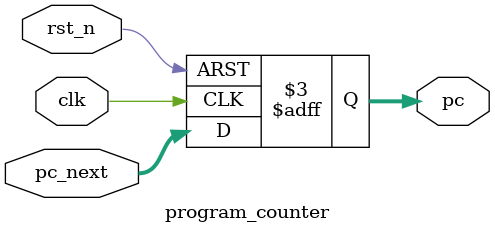
<source format=sv>
module program_counter(
    input wire clk,
    input wire rst_n,
    input wire [31:0] pc_next,
    output reg [31:0] pc
);

    always @(posedge clk or negedge rst_n) begin
        if (!rst_n)
            pc <= 32'b0;
        else
            pc <= pc_next;
    end
    
endmodule
</source>
